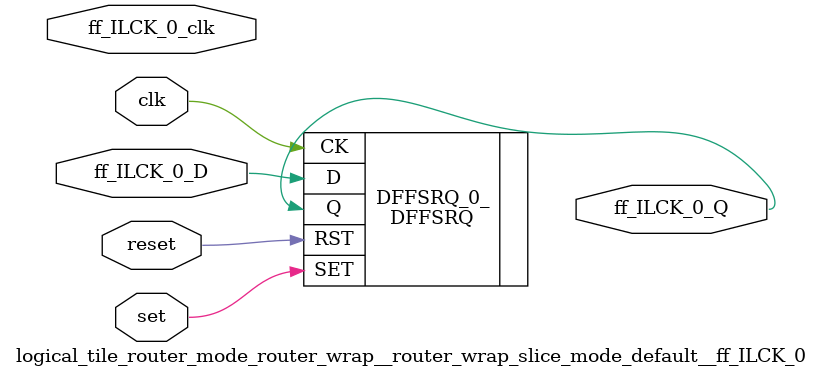
<source format=v>
`default_nettype none

module logical_tile_router_mode_router_wrap__router_wrap_slice_mode_default__ff_ILCK_0(set,
                                                                                       reset,
                                                                                       clk,
                                                                                       ff_ILCK_0_D,
                                                                                       ff_ILCK_0_Q,
                                                                                       ff_ILCK_0_clk);
//----- GLOBAL PORTS -----
input [0:0] set;
//----- GLOBAL PORTS -----
input [0:0] reset;
//----- GLOBAL PORTS -----
input [0:0] clk;
//----- INPUT PORTS -----
input [0:0] ff_ILCK_0_D;
//----- OUTPUT PORTS -----
output [0:0] ff_ILCK_0_Q;
//----- CLOCK PORTS -----
input [0:0] ff_ILCK_0_clk;

//----- BEGIN wire-connection ports -----
wire [0:0] ff_ILCK_0_D;
wire [0:0] ff_ILCK_0_Q;
wire [0:0] ff_ILCK_0_clk;
//----- END wire-connection ports -----


//----- BEGIN Registered ports -----
//----- END Registered ports -----



// ----- BEGIN Local short connections -----
// ----- END Local short connections -----
// ----- BEGIN Local output short connections -----
// ----- END Local output short connections -----

	DFFSRQ DFFSRQ_0_ (
		.SET(set),
		.RST(reset),
		.CK(clk),
		.D(ff_ILCK_0_D),
		.Q(ff_ILCK_0_Q));

endmodule
// ----- END Verilog module for logical_tile_router_mode_router_wrap__router_wrap_slice_mode_default__ff_ILCK_0 -----

//----- Default net type -----
`default_nettype wire




</source>
